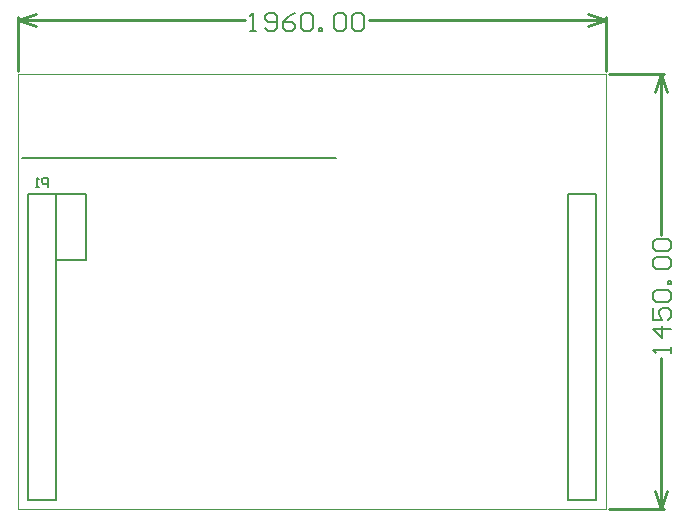
<source format=gbo>
G04*
G04 #@! TF.GenerationSoftware,Altium Limited,Altium Designer,22.1.2 (22)*
G04*
G04 Layer_Color=32896*
%FSLAX24Y24*%
%MOIN*%
G70*
G04*
G04 #@! TF.SameCoordinates,69551EEB-C68B-4B17-9CB5-8D0B25672B83*
G04*
G04*
G04 #@! TF.FilePolarity,Positive*
G04*
G01*
G75*
%ADD11C,0.0050*%
%ADD12C,0.0079*%
%ADD14C,0.0100*%
%ADD16C,0.0000*%
%ADD17C,0.0060*%
D11*
X1000Y10750D02*
Y11050D01*
X850D01*
X800Y11000D01*
Y10900D01*
X850Y10850D01*
X1000D01*
X700Y10750D02*
X600D01*
X650D01*
Y11050D01*
X700Y11000D01*
D12*
X1280Y8310D02*
X2270D01*
Y10500D01*
X1280D02*
X2270D01*
X340D02*
X1270D01*
X326Y300D02*
X1274D01*
X326D02*
Y10500D01*
X18350Y10500D02*
X19274D01*
Y300D02*
Y10500D01*
X18326Y300D02*
Y10500D01*
Y300D02*
X19274D01*
X1274D02*
Y10500D01*
X150Y11700D02*
X10600D01*
D14*
X19600Y14600D02*
Y16400D01*
X0Y14600D02*
Y16400D01*
X11699Y16300D02*
X19600D01*
X0D02*
X7581D01*
X19000Y16500D02*
X19600Y16300D01*
X19000Y16100D02*
X19600Y16300D01*
X0D02*
X600Y16100D01*
X0Y16300D02*
X600Y16500D01*
X19700Y0D02*
X21525D01*
X19700Y14500D02*
X21525D01*
X21425Y0D02*
Y5031D01*
Y9149D02*
Y14500D01*
Y0D02*
X21625Y600D01*
X21225D02*
X21425Y0D01*
X21225Y13900D02*
X21425Y14500D01*
X21625Y13900D01*
D16*
X0Y0D02*
X19600D01*
Y14500D01*
X0D02*
X19600D01*
X0Y0D02*
Y14500D01*
D17*
X7741Y15940D02*
X7941D01*
X7841D01*
Y16540D01*
X7741Y16440D01*
X8240Y16040D02*
X8340Y15940D01*
X8540D01*
X8640Y16040D01*
Y16440D01*
X8540Y16540D01*
X8340D01*
X8240Y16440D01*
Y16340D01*
X8340Y16240D01*
X8640D01*
X9240Y16540D02*
X9040Y16440D01*
X8840Y16240D01*
Y16040D01*
X8940Y15940D01*
X9140D01*
X9240Y16040D01*
Y16140D01*
X9140Y16240D01*
X8840D01*
X9440Y16440D02*
X9540Y16540D01*
X9740D01*
X9840Y16440D01*
Y16040D01*
X9740Y15940D01*
X9540D01*
X9440Y16040D01*
Y16440D01*
X10040Y15940D02*
Y16040D01*
X10140D01*
Y15940D01*
X10040D01*
X10540Y16440D02*
X10640Y16540D01*
X10840D01*
X10940Y16440D01*
Y16040D01*
X10840Y15940D01*
X10640D01*
X10540Y16040D01*
Y16440D01*
X11140D02*
X11239Y16540D01*
X11439D01*
X11539Y16440D01*
Y16040D01*
X11439Y15940D01*
X11239D01*
X11140Y16040D01*
Y16440D01*
X21785Y5191D02*
Y5391D01*
Y5291D01*
X21185D01*
X21285Y5191D01*
X21785Y5990D02*
X21185D01*
X21485Y5690D01*
Y6090D01*
X21185Y6690D02*
Y6290D01*
X21485D01*
X21385Y6490D01*
Y6590D01*
X21485Y6690D01*
X21685D01*
X21785Y6590D01*
Y6390D01*
X21685Y6290D01*
X21285Y6890D02*
X21185Y6990D01*
Y7190D01*
X21285Y7290D01*
X21685D01*
X21785Y7190D01*
Y6990D01*
X21685Y6890D01*
X21285D01*
X21785Y7490D02*
X21685D01*
Y7590D01*
X21785D01*
Y7490D01*
X21285Y7990D02*
X21185Y8090D01*
Y8290D01*
X21285Y8390D01*
X21685D01*
X21785Y8290D01*
Y8090D01*
X21685Y7990D01*
X21285D01*
Y8590D02*
X21185Y8689D01*
Y8889D01*
X21285Y8989D01*
X21685D01*
X21785Y8889D01*
Y8689D01*
X21685Y8590D01*
X21285D01*
M02*

</source>
